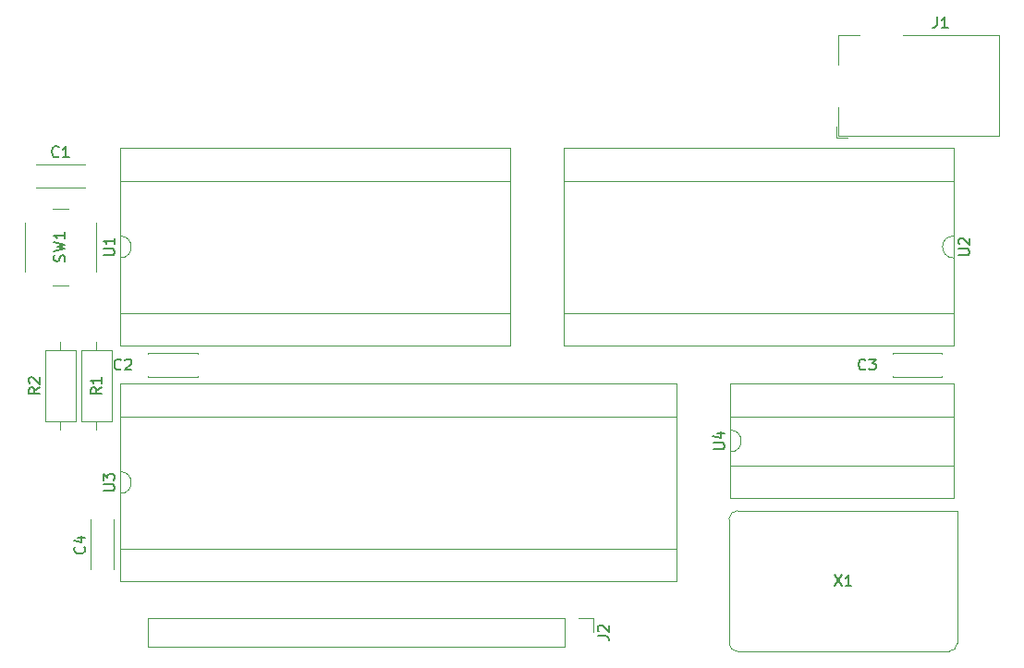
<source format=gbr>
%TF.GenerationSoftware,KiCad,Pcbnew,7.0.7*%
%TF.CreationDate,2023-09-04T17:24:35+02:00*%
%TF.ProjectId,6507,36353037-2e6b-4696-9361-645f70636258,rev?*%
%TF.SameCoordinates,Original*%
%TF.FileFunction,Legend,Top*%
%TF.FilePolarity,Positive*%
%FSLAX46Y46*%
G04 Gerber Fmt 4.6, Leading zero omitted, Abs format (unit mm)*
G04 Created by KiCad (PCBNEW 7.0.7) date 2023-09-04 17:24:35*
%MOMM*%
%LPD*%
G01*
G04 APERTURE LIST*
%ADD10C,0.150000*%
%ADD11C,0.120000*%
G04 APERTURE END LIST*
D10*
X147824819Y-129633333D02*
X148539104Y-129633333D01*
X148539104Y-129633333D02*
X148681961Y-129680952D01*
X148681961Y-129680952D02*
X148777200Y-129776190D01*
X148777200Y-129776190D02*
X148824819Y-129919047D01*
X148824819Y-129919047D02*
X148824819Y-130014285D01*
X147920057Y-129204761D02*
X147872438Y-129157142D01*
X147872438Y-129157142D02*
X147824819Y-129061904D01*
X147824819Y-129061904D02*
X147824819Y-128823809D01*
X147824819Y-128823809D02*
X147872438Y-128728571D01*
X147872438Y-128728571D02*
X147920057Y-128680952D01*
X147920057Y-128680952D02*
X148015295Y-128633333D01*
X148015295Y-128633333D02*
X148110533Y-128633333D01*
X148110533Y-128633333D02*
X148253390Y-128680952D01*
X148253390Y-128680952D02*
X148824819Y-129252380D01*
X148824819Y-129252380D02*
X148824819Y-128633333D01*
X102534819Y-116331904D02*
X103344342Y-116331904D01*
X103344342Y-116331904D02*
X103439580Y-116284285D01*
X103439580Y-116284285D02*
X103487200Y-116236666D01*
X103487200Y-116236666D02*
X103534819Y-116141428D01*
X103534819Y-116141428D02*
X103534819Y-115950952D01*
X103534819Y-115950952D02*
X103487200Y-115855714D01*
X103487200Y-115855714D02*
X103439580Y-115808095D01*
X103439580Y-115808095D02*
X103344342Y-115760476D01*
X103344342Y-115760476D02*
X102534819Y-115760476D01*
X102534819Y-115379523D02*
X102534819Y-114760476D01*
X102534819Y-114760476D02*
X102915771Y-115093809D01*
X102915771Y-115093809D02*
X102915771Y-114950952D01*
X102915771Y-114950952D02*
X102963390Y-114855714D01*
X102963390Y-114855714D02*
X103011009Y-114808095D01*
X103011009Y-114808095D02*
X103106247Y-114760476D01*
X103106247Y-114760476D02*
X103344342Y-114760476D01*
X103344342Y-114760476D02*
X103439580Y-114808095D01*
X103439580Y-114808095D02*
X103487200Y-114855714D01*
X103487200Y-114855714D02*
X103534819Y-114950952D01*
X103534819Y-114950952D02*
X103534819Y-115236666D01*
X103534819Y-115236666D02*
X103487200Y-115331904D01*
X103487200Y-115331904D02*
X103439580Y-115379523D01*
X180854819Y-94741904D02*
X181664342Y-94741904D01*
X181664342Y-94741904D02*
X181759580Y-94694285D01*
X181759580Y-94694285D02*
X181807200Y-94646666D01*
X181807200Y-94646666D02*
X181854819Y-94551428D01*
X181854819Y-94551428D02*
X181854819Y-94360952D01*
X181854819Y-94360952D02*
X181807200Y-94265714D01*
X181807200Y-94265714D02*
X181759580Y-94218095D01*
X181759580Y-94218095D02*
X181664342Y-94170476D01*
X181664342Y-94170476D02*
X180854819Y-94170476D01*
X180950057Y-93741904D02*
X180902438Y-93694285D01*
X180902438Y-93694285D02*
X180854819Y-93599047D01*
X180854819Y-93599047D02*
X180854819Y-93360952D01*
X180854819Y-93360952D02*
X180902438Y-93265714D01*
X180902438Y-93265714D02*
X180950057Y-93218095D01*
X180950057Y-93218095D02*
X181045295Y-93170476D01*
X181045295Y-93170476D02*
X181140533Y-93170476D01*
X181140533Y-93170476D02*
X181283390Y-93218095D01*
X181283390Y-93218095D02*
X181854819Y-93789523D01*
X181854819Y-93789523D02*
X181854819Y-93170476D01*
X102534819Y-94741904D02*
X103344342Y-94741904D01*
X103344342Y-94741904D02*
X103439580Y-94694285D01*
X103439580Y-94694285D02*
X103487200Y-94646666D01*
X103487200Y-94646666D02*
X103534819Y-94551428D01*
X103534819Y-94551428D02*
X103534819Y-94360952D01*
X103534819Y-94360952D02*
X103487200Y-94265714D01*
X103487200Y-94265714D02*
X103439580Y-94218095D01*
X103439580Y-94218095D02*
X103344342Y-94170476D01*
X103344342Y-94170476D02*
X102534819Y-94170476D01*
X103534819Y-93170476D02*
X103534819Y-93741904D01*
X103534819Y-93456190D02*
X102534819Y-93456190D01*
X102534819Y-93456190D02*
X102677676Y-93551428D01*
X102677676Y-93551428D02*
X102772914Y-93646666D01*
X102772914Y-93646666D02*
X102820533Y-93741904D01*
X158414819Y-112521904D02*
X159224342Y-112521904D01*
X159224342Y-112521904D02*
X159319580Y-112474285D01*
X159319580Y-112474285D02*
X159367200Y-112426666D01*
X159367200Y-112426666D02*
X159414819Y-112331428D01*
X159414819Y-112331428D02*
X159414819Y-112140952D01*
X159414819Y-112140952D02*
X159367200Y-112045714D01*
X159367200Y-112045714D02*
X159319580Y-111998095D01*
X159319580Y-111998095D02*
X159224342Y-111950476D01*
X159224342Y-111950476D02*
X158414819Y-111950476D01*
X158748152Y-111045714D02*
X159414819Y-111045714D01*
X158367200Y-111283809D02*
X159081485Y-111521904D01*
X159081485Y-111521904D02*
X159081485Y-110902857D01*
X169490476Y-124054819D02*
X170157142Y-125054819D01*
X170157142Y-124054819D02*
X169490476Y-125054819D01*
X171061904Y-125054819D02*
X170490476Y-125054819D01*
X170776190Y-125054819D02*
X170776190Y-124054819D01*
X170776190Y-124054819D02*
X170680952Y-124197676D01*
X170680952Y-124197676D02*
X170585714Y-124292914D01*
X170585714Y-124292914D02*
X170490476Y-124340533D01*
X98959200Y-95313332D02*
X99006819Y-95170475D01*
X99006819Y-95170475D02*
X99006819Y-94932380D01*
X99006819Y-94932380D02*
X98959200Y-94837142D01*
X98959200Y-94837142D02*
X98911580Y-94789523D01*
X98911580Y-94789523D02*
X98816342Y-94741904D01*
X98816342Y-94741904D02*
X98721104Y-94741904D01*
X98721104Y-94741904D02*
X98625866Y-94789523D01*
X98625866Y-94789523D02*
X98578247Y-94837142D01*
X98578247Y-94837142D02*
X98530628Y-94932380D01*
X98530628Y-94932380D02*
X98483009Y-95122856D01*
X98483009Y-95122856D02*
X98435390Y-95218094D01*
X98435390Y-95218094D02*
X98387771Y-95265713D01*
X98387771Y-95265713D02*
X98292533Y-95313332D01*
X98292533Y-95313332D02*
X98197295Y-95313332D01*
X98197295Y-95313332D02*
X98102057Y-95265713D01*
X98102057Y-95265713D02*
X98054438Y-95218094D01*
X98054438Y-95218094D02*
X98006819Y-95122856D01*
X98006819Y-95122856D02*
X98006819Y-94884761D01*
X98006819Y-94884761D02*
X98054438Y-94741904D01*
X98006819Y-94408570D02*
X99006819Y-94170475D01*
X99006819Y-94170475D02*
X98292533Y-93979999D01*
X98292533Y-93979999D02*
X99006819Y-93789523D01*
X99006819Y-93789523D02*
X98006819Y-93551428D01*
X99006819Y-92646666D02*
X99006819Y-93218094D01*
X99006819Y-92932380D02*
X98006819Y-92932380D01*
X98006819Y-92932380D02*
X98149676Y-93027618D01*
X98149676Y-93027618D02*
X98244914Y-93122856D01*
X98244914Y-93122856D02*
X98292533Y-93218094D01*
X96684819Y-106866666D02*
X96208628Y-107199999D01*
X96684819Y-107438094D02*
X95684819Y-107438094D01*
X95684819Y-107438094D02*
X95684819Y-107057142D01*
X95684819Y-107057142D02*
X95732438Y-106961904D01*
X95732438Y-106961904D02*
X95780057Y-106914285D01*
X95780057Y-106914285D02*
X95875295Y-106866666D01*
X95875295Y-106866666D02*
X96018152Y-106866666D01*
X96018152Y-106866666D02*
X96113390Y-106914285D01*
X96113390Y-106914285D02*
X96161009Y-106961904D01*
X96161009Y-106961904D02*
X96208628Y-107057142D01*
X96208628Y-107057142D02*
X96208628Y-107438094D01*
X95780057Y-106485713D02*
X95732438Y-106438094D01*
X95732438Y-106438094D02*
X95684819Y-106342856D01*
X95684819Y-106342856D02*
X95684819Y-106104761D01*
X95684819Y-106104761D02*
X95732438Y-106009523D01*
X95732438Y-106009523D02*
X95780057Y-105961904D01*
X95780057Y-105961904D02*
X95875295Y-105914285D01*
X95875295Y-105914285D02*
X95970533Y-105914285D01*
X95970533Y-105914285D02*
X96113390Y-105961904D01*
X96113390Y-105961904D02*
X96684819Y-106533332D01*
X96684819Y-106533332D02*
X96684819Y-105914285D01*
X102354819Y-106866666D02*
X101878628Y-107199999D01*
X102354819Y-107438094D02*
X101354819Y-107438094D01*
X101354819Y-107438094D02*
X101354819Y-107057142D01*
X101354819Y-107057142D02*
X101402438Y-106961904D01*
X101402438Y-106961904D02*
X101450057Y-106914285D01*
X101450057Y-106914285D02*
X101545295Y-106866666D01*
X101545295Y-106866666D02*
X101688152Y-106866666D01*
X101688152Y-106866666D02*
X101783390Y-106914285D01*
X101783390Y-106914285D02*
X101831009Y-106961904D01*
X101831009Y-106961904D02*
X101878628Y-107057142D01*
X101878628Y-107057142D02*
X101878628Y-107438094D01*
X102354819Y-105914285D02*
X102354819Y-106485713D01*
X102354819Y-106199999D02*
X101354819Y-106199999D01*
X101354819Y-106199999D02*
X101497676Y-106295237D01*
X101497676Y-106295237D02*
X101592914Y-106390475D01*
X101592914Y-106390475D02*
X101640533Y-106485713D01*
X178900666Y-72894319D02*
X178900666Y-73608604D01*
X178900666Y-73608604D02*
X178853047Y-73751461D01*
X178853047Y-73751461D02*
X178757809Y-73846700D01*
X178757809Y-73846700D02*
X178614952Y-73894319D01*
X178614952Y-73894319D02*
X178519714Y-73894319D01*
X179900666Y-73894319D02*
X179329238Y-73894319D01*
X179614952Y-73894319D02*
X179614952Y-72894319D01*
X179614952Y-72894319D02*
X179519714Y-73037176D01*
X179519714Y-73037176D02*
X179424476Y-73132414D01*
X179424476Y-73132414D02*
X179329238Y-73180033D01*
X100759580Y-121466666D02*
X100807200Y-121514285D01*
X100807200Y-121514285D02*
X100854819Y-121657142D01*
X100854819Y-121657142D02*
X100854819Y-121752380D01*
X100854819Y-121752380D02*
X100807200Y-121895237D01*
X100807200Y-121895237D02*
X100711961Y-121990475D01*
X100711961Y-121990475D02*
X100616723Y-122038094D01*
X100616723Y-122038094D02*
X100426247Y-122085713D01*
X100426247Y-122085713D02*
X100283390Y-122085713D01*
X100283390Y-122085713D02*
X100092914Y-122038094D01*
X100092914Y-122038094D02*
X99997676Y-121990475D01*
X99997676Y-121990475D02*
X99902438Y-121895237D01*
X99902438Y-121895237D02*
X99854819Y-121752380D01*
X99854819Y-121752380D02*
X99854819Y-121657142D01*
X99854819Y-121657142D02*
X99902438Y-121514285D01*
X99902438Y-121514285D02*
X99950057Y-121466666D01*
X100188152Y-120609523D02*
X100854819Y-120609523D01*
X99807200Y-120847618D02*
X100521485Y-121085713D01*
X100521485Y-121085713D02*
X100521485Y-120466666D01*
X172333333Y-105159580D02*
X172285714Y-105207200D01*
X172285714Y-105207200D02*
X172142857Y-105254819D01*
X172142857Y-105254819D02*
X172047619Y-105254819D01*
X172047619Y-105254819D02*
X171904762Y-105207200D01*
X171904762Y-105207200D02*
X171809524Y-105111961D01*
X171809524Y-105111961D02*
X171761905Y-105016723D01*
X171761905Y-105016723D02*
X171714286Y-104826247D01*
X171714286Y-104826247D02*
X171714286Y-104683390D01*
X171714286Y-104683390D02*
X171761905Y-104492914D01*
X171761905Y-104492914D02*
X171809524Y-104397676D01*
X171809524Y-104397676D02*
X171904762Y-104302438D01*
X171904762Y-104302438D02*
X172047619Y-104254819D01*
X172047619Y-104254819D02*
X172142857Y-104254819D01*
X172142857Y-104254819D02*
X172285714Y-104302438D01*
X172285714Y-104302438D02*
X172333333Y-104350057D01*
X172666667Y-104254819D02*
X173285714Y-104254819D01*
X173285714Y-104254819D02*
X172952381Y-104635771D01*
X172952381Y-104635771D02*
X173095238Y-104635771D01*
X173095238Y-104635771D02*
X173190476Y-104683390D01*
X173190476Y-104683390D02*
X173238095Y-104731009D01*
X173238095Y-104731009D02*
X173285714Y-104826247D01*
X173285714Y-104826247D02*
X173285714Y-105064342D01*
X173285714Y-105064342D02*
X173238095Y-105159580D01*
X173238095Y-105159580D02*
X173190476Y-105207200D01*
X173190476Y-105207200D02*
X173095238Y-105254819D01*
X173095238Y-105254819D02*
X172809524Y-105254819D01*
X172809524Y-105254819D02*
X172714286Y-105207200D01*
X172714286Y-105207200D02*
X172666667Y-105159580D01*
X104133333Y-105159580D02*
X104085714Y-105207200D01*
X104085714Y-105207200D02*
X103942857Y-105254819D01*
X103942857Y-105254819D02*
X103847619Y-105254819D01*
X103847619Y-105254819D02*
X103704762Y-105207200D01*
X103704762Y-105207200D02*
X103609524Y-105111961D01*
X103609524Y-105111961D02*
X103561905Y-105016723D01*
X103561905Y-105016723D02*
X103514286Y-104826247D01*
X103514286Y-104826247D02*
X103514286Y-104683390D01*
X103514286Y-104683390D02*
X103561905Y-104492914D01*
X103561905Y-104492914D02*
X103609524Y-104397676D01*
X103609524Y-104397676D02*
X103704762Y-104302438D01*
X103704762Y-104302438D02*
X103847619Y-104254819D01*
X103847619Y-104254819D02*
X103942857Y-104254819D01*
X103942857Y-104254819D02*
X104085714Y-104302438D01*
X104085714Y-104302438D02*
X104133333Y-104350057D01*
X104514286Y-104350057D02*
X104561905Y-104302438D01*
X104561905Y-104302438D02*
X104657143Y-104254819D01*
X104657143Y-104254819D02*
X104895238Y-104254819D01*
X104895238Y-104254819D02*
X104990476Y-104302438D01*
X104990476Y-104302438D02*
X105038095Y-104350057D01*
X105038095Y-104350057D02*
X105085714Y-104445295D01*
X105085714Y-104445295D02*
X105085714Y-104540533D01*
X105085714Y-104540533D02*
X105038095Y-104683390D01*
X105038095Y-104683390D02*
X104466667Y-105254819D01*
X104466667Y-105254819D02*
X105085714Y-105254819D01*
X98433333Y-85659580D02*
X98385714Y-85707200D01*
X98385714Y-85707200D02*
X98242857Y-85754819D01*
X98242857Y-85754819D02*
X98147619Y-85754819D01*
X98147619Y-85754819D02*
X98004762Y-85707200D01*
X98004762Y-85707200D02*
X97909524Y-85611961D01*
X97909524Y-85611961D02*
X97861905Y-85516723D01*
X97861905Y-85516723D02*
X97814286Y-85326247D01*
X97814286Y-85326247D02*
X97814286Y-85183390D01*
X97814286Y-85183390D02*
X97861905Y-84992914D01*
X97861905Y-84992914D02*
X97909524Y-84897676D01*
X97909524Y-84897676D02*
X98004762Y-84802438D01*
X98004762Y-84802438D02*
X98147619Y-84754819D01*
X98147619Y-84754819D02*
X98242857Y-84754819D01*
X98242857Y-84754819D02*
X98385714Y-84802438D01*
X98385714Y-84802438D02*
X98433333Y-84850057D01*
X99385714Y-85754819D02*
X98814286Y-85754819D01*
X99100000Y-85754819D02*
X99100000Y-84754819D01*
X99100000Y-84754819D02*
X99004762Y-84897676D01*
X99004762Y-84897676D02*
X98909524Y-84992914D01*
X98909524Y-84992914D02*
X98814286Y-85040533D01*
D11*
%TO.C,J2*%
X144770000Y-130630000D02*
X106610000Y-130630000D01*
X144770000Y-127970000D02*
X144770000Y-130630000D01*
X106610000Y-127970000D02*
X106610000Y-130630000D01*
X147370000Y-127970000D02*
X147370000Y-129300000D01*
X144770000Y-127970000D02*
X106610000Y-127970000D01*
X146040000Y-127970000D02*
X147370000Y-127970000D01*
%TO.C,U3*%
X104080000Y-116570000D02*
G75*
G03*
X104080000Y-114570000I0J1000000D01*
G01*
X155060000Y-106510000D02*
X104020000Y-106510000D01*
X104080000Y-109510000D02*
X104080000Y-114570000D01*
X155060000Y-124630000D02*
X155060000Y-106510000D01*
X155000000Y-121630000D02*
X155000000Y-109510000D01*
X104020000Y-124630000D02*
X155060000Y-124630000D01*
X104080000Y-116570000D02*
X104080000Y-121630000D01*
X104020000Y-106510000D02*
X104020000Y-124630000D01*
X104080000Y-121630000D02*
X155000000Y-121630000D01*
X155000000Y-109510000D02*
X104080000Y-109510000D01*
%TO.C,U2*%
X180400000Y-92980000D02*
G75*
G03*
X180400000Y-94980000I0J-1000000D01*
G01*
X180400000Y-87920000D02*
X144720000Y-87920000D01*
X180400000Y-92980000D02*
X180400000Y-87920000D01*
X180460000Y-103040000D02*
X180460000Y-84920000D01*
X180400000Y-100040000D02*
X180400000Y-94980000D01*
X144720000Y-87920000D02*
X144720000Y-100040000D01*
X144660000Y-103040000D02*
X180460000Y-103040000D01*
X144660000Y-84920000D02*
X144660000Y-103040000D01*
X144720000Y-100040000D02*
X180400000Y-100040000D01*
X180460000Y-84920000D02*
X144660000Y-84920000D01*
%TO.C,U1*%
X104080000Y-94980000D02*
G75*
G03*
X104080000Y-92980000I0J1000000D01*
G01*
X104080000Y-100040000D02*
X139760000Y-100040000D01*
X104080000Y-94980000D02*
X104080000Y-100040000D01*
X104020000Y-84920000D02*
X104020000Y-103040000D01*
X104080000Y-87920000D02*
X104080000Y-92980000D01*
X139760000Y-100040000D02*
X139760000Y-87920000D01*
X139820000Y-84920000D02*
X104020000Y-84920000D01*
X139820000Y-103040000D02*
X139820000Y-84920000D01*
X139760000Y-87920000D02*
X104080000Y-87920000D01*
X104020000Y-103040000D02*
X139820000Y-103040000D01*
%TO.C,U4*%
X159960000Y-112760000D02*
X159960000Y-114010000D01*
X180460000Y-106510000D02*
X159900000Y-106510000D01*
X180400000Y-114010000D02*
X180400000Y-109510000D01*
X159900000Y-117010000D02*
X180460000Y-117010000D01*
X180400000Y-109510000D02*
X159960000Y-109510000D01*
X159960000Y-109510000D02*
X159960000Y-110760000D01*
X180460000Y-117010000D02*
X180460000Y-106510000D01*
X159960000Y-114010000D02*
X180400000Y-114010000D01*
X159900000Y-106510000D02*
X159900000Y-117010000D01*
X159960000Y-112760000D02*
G75*
G03*
X159960000Y-110760000I0J1000000D01*
G01*
%TO.C,X1*%
X180750000Y-130300000D02*
X180750000Y-118150000D01*
X160600000Y-131050000D02*
X180000000Y-131050000D01*
X159850000Y-118900000D02*
X159850000Y-130300000D01*
X180750000Y-118150000D02*
X160600000Y-118150000D01*
X160600000Y-118150000D02*
G75*
G03*
X159850000Y-118900000I0J-750000D01*
G01*
X180000000Y-131050000D02*
G75*
G03*
X180750000Y-130300000I0J750000D01*
G01*
X159850000Y-130300000D02*
G75*
G03*
X160600000Y-131050000I750000J0D01*
G01*
%TO.C,SW1*%
X97850000Y-97500000D02*
X99350000Y-97500000D01*
X99350000Y-90500000D02*
X97850000Y-90500000D01*
X101850000Y-96250000D02*
X101850000Y-91750000D01*
X95350000Y-91750000D02*
X95350000Y-96250000D01*
%TO.C,R2*%
X98600000Y-102660000D02*
X98600000Y-103430000D01*
X98600000Y-110740000D02*
X98600000Y-109970000D01*
X97230000Y-109970000D02*
X99970000Y-109970000D01*
X99970000Y-103430000D02*
X97230000Y-103430000D01*
X99970000Y-109970000D02*
X99970000Y-103430000D01*
X97230000Y-103430000D02*
X97230000Y-109970000D01*
%TO.C,R1*%
X100530000Y-103430000D02*
X100530000Y-109970000D01*
X103270000Y-109970000D02*
X103270000Y-103430000D01*
X103270000Y-103430000D02*
X100530000Y-103430000D01*
X100530000Y-109970000D02*
X103270000Y-109970000D01*
X101900000Y-110740000D02*
X101900000Y-109970000D01*
X101900000Y-102660000D02*
X101900000Y-103430000D01*
%TO.C,J1*%
X184584000Y-83789500D02*
X169884000Y-83789500D01*
X184584000Y-74589500D02*
X184584000Y-83789500D01*
X169884000Y-74589500D02*
X171784000Y-74589500D01*
X169884000Y-77289500D02*
X169884000Y-74589500D01*
X169884000Y-83789500D02*
X169884000Y-81189500D01*
X175784000Y-74589500D02*
X184584000Y-74589500D01*
X169684000Y-82939500D02*
X169684000Y-83989500D01*
X170734000Y-83989500D02*
X169684000Y-83989500D01*
%TO.C,C4*%
X103455000Y-123470000D02*
X103470000Y-123470000D01*
X101330000Y-118930000D02*
X101345000Y-118930000D01*
X101330000Y-123470000D02*
X101345000Y-123470000D01*
X103455000Y-118930000D02*
X103470000Y-118930000D01*
X101330000Y-123470000D02*
X101330000Y-118930000D01*
X103470000Y-123470000D02*
X103470000Y-118930000D01*
%TO.C,C3*%
X179370000Y-103745000D02*
X179370000Y-103730000D01*
X174830000Y-105870000D02*
X174830000Y-105855000D01*
X179370000Y-105870000D02*
X179370000Y-105855000D01*
X174830000Y-103745000D02*
X174830000Y-103730000D01*
X179370000Y-105870000D02*
X174830000Y-105870000D01*
X179370000Y-103730000D02*
X174830000Y-103730000D01*
%TO.C,C2*%
X106630000Y-105870000D02*
X111170000Y-105870000D01*
X106630000Y-103730000D02*
X111170000Y-103730000D01*
X111170000Y-105855000D02*
X111170000Y-105870000D01*
X106630000Y-103730000D02*
X106630000Y-103745000D01*
X111170000Y-103730000D02*
X111170000Y-103745000D01*
X106630000Y-105855000D02*
X106630000Y-105870000D01*
%TO.C,C1*%
X96330000Y-88555000D02*
X96330000Y-88570000D01*
X100870000Y-86430000D02*
X100870000Y-86445000D01*
X96330000Y-86430000D02*
X96330000Y-86445000D01*
X100870000Y-88555000D02*
X100870000Y-88570000D01*
X96330000Y-86430000D02*
X100870000Y-86430000D01*
X96330000Y-88570000D02*
X100870000Y-88570000D01*
%TD*%
M02*

</source>
